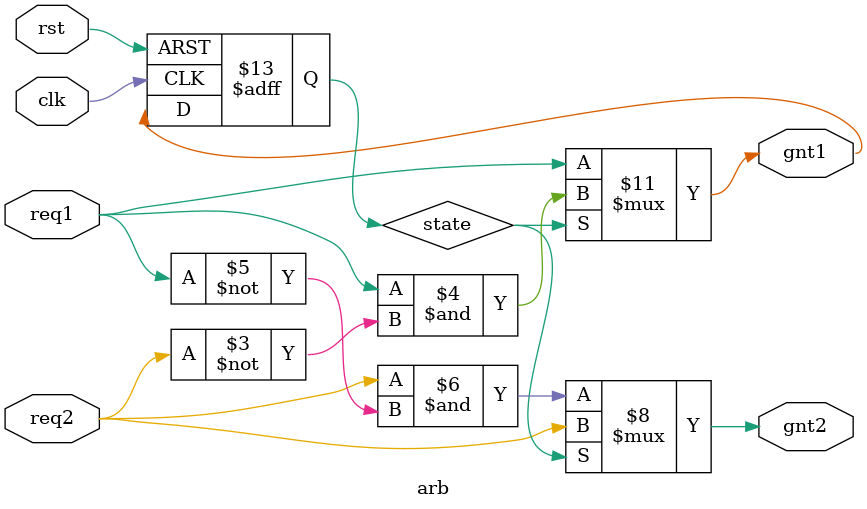
<source format=v>
module arb(clk, rst, req1, req2, gnt1, gnt2);

input clk, rst;
input req1, req2;
output gnt1, gnt2;

reg state;
reg gnt1, gnt2;

always @ (posedge clk or posedge rst)
	if (rst)
		state <= 0;
	else
		state <= gnt1;

always @ (*)
	if (state)
	begin
		gnt1 = req1 & ~req2;
		gnt2 = req2;
	end
	else
	begin
		gnt1 = req1;
		gnt2 = req2 & ~req1;
	end

endmodule

</source>
